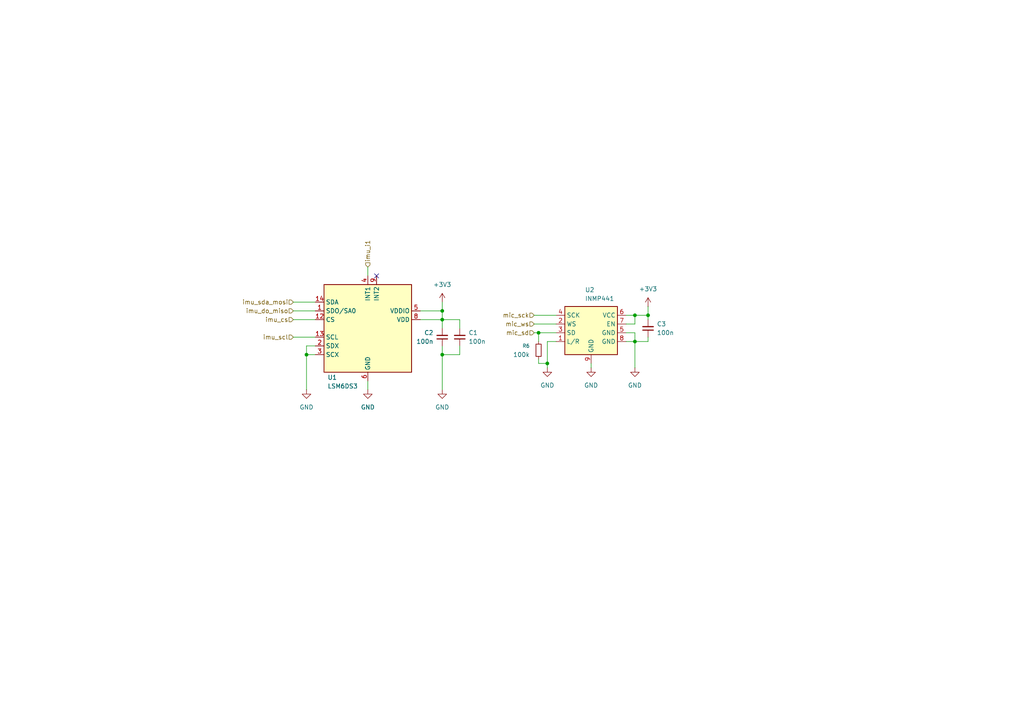
<source format=kicad_sch>
(kicad_sch (version 20250114) (generator "eeschema") (generator_version "9.0")
  (paper "A4")
  (lib_symbols
    (symbol "Device:C_Small" (pin_numbers (hide yes)) (pin_names (offset 0.254) (hide yes))
      (property "Reference" "C" (at 0.254 1.778 0))
      (property "Value" "C_Small" (at 0.254 -2.032 0))
      (symbol "C_Small_0_1"
        (polyline (pts (xy -1.524 0.508) (xy 1.524 0.508)) (stroke (width 0.3048)))
        (polyline (pts (xy -1.524 -0.508) (xy 1.524 -0.508)) (stroke (width 0.3302)))
      )
      (symbol "C_Small_1_1"
        (pin passive line (at 0 2.54 270) (length 2.032) (name "~") (number "1"))
        (pin passive line (at 0 -2.54 90) (length 2.032) (name "~") (number "2"))
      )
    )
    (symbol "Device:R_Small" (pin_numbers (hide yes)) (pin_names (offset 0.254) (hide yes))
      (property "Reference" "R" (at 0 0 90))
      (property "Value" "R_Small" (at 1.778 0 90))
      (symbol "R_Small_0_1"
        (rectangle (start -0.762 1.778) (end 0.762 -1.778) (stroke (width 0.2032)))
      )
      (symbol "R_Small_1_1"
        (pin passive line (at 0 2.54 270) (length 0.762) (name "~") (number "1"))
        (pin passive line (at 0 -2.54 90) (length 0.762) (name "~") (number "2"))
      )
    )
    (symbol "Sensor_Motion:LSM6DS3"
      (property "Reference" "U1" (at -11.684 -14.224 0))
      (property "Value" "LSM6DS3" (at -11.684 -16.764 0))
      (symbol "LSM6DS3_0_1"
        (rectangle (start -12.7 12.7) (end 12.7 -12.7) (stroke (width 0.254)) (fill (type background)))
      )
      (symbol "LSM6DS3_1_1"
        (pin bidirectional line (at -15.24 7.62 0) (length 2.54) (name "SDA") (number "14"))
        (pin bidirectional line (at -15.24 5.08 0) (length 2.54) (name "SDO/SA0") (number "1"))
        (pin input line (at -15.24 2.54 0) (length 2.54) (name "CS") (number "12"))
        (pin input line (at -15.24 -2.54 0) (length 2.54) (name "SCL") (number "13"))
        (pin bidirectional line (at -15.24 -5.08 0) (length 2.54) (name "SDX") (number "2"))
        (pin input line (at -15.24 -7.62 0) (length 2.54) (name "SCX") (number "3"))
        (pin output line (at 0 15.24 270) (length 2.54) (name "INT1") (number "4"))
        (pin power_in line (at 0 -15.24 90) (length 2.54) (name "GND") (number "6"))
        (pin passive line (at 0 -15.24 90) (length 2.54) (hide yes) (name "GND") (number "7"))
        (pin output line (at 2.54 15.24 270) (length 2.54) (name "INT2") (number "9"))
        (pin no_connect line (at 12.7 -2.54 180) (length 3.81) (hide yes) (name "NC") (number "11"))
        (pin no_connect line (at 12.7 -5.08 180) (length 3.81) (hide yes) (name "NC") (number "10"))
        (pin power_in line (at 15.24 5.08 180) (length 2.54) (name "VDDIO") (number "5"))
        (pin power_in line (at 15.24 2.54 180) (length 2.54) (name "VDD") (number "8"))
      )
    )
    (symbol "Timer_RTC:DS1602"
      (property "Reference" "U2" (at -1.778 12.446 0))
      (property "Value" "INMP441" (at -1.778 9.906 0))
      (symbol "DS1602_0_1"
        (rectangle (start -7.62 7.62) (end 7.62 -6.35) (stroke (width 0.254)) (fill (type background)))
      )
      (symbol "DS1602_1_1"
        (pin passive line (at -10.16 5.08 0) (length 2.54) (name "SCK") (number "4"))
        (pin passive line (at -10.16 2.54 0) (length 2.54) (name "WS") (number "2"))
        (pin passive line (at -10.16 0 0) (length 2.54) (name "SD") (number "3"))
        (pin passive line (at -10.16 -2.54 0) (length 2.54) (name "L/R") (number "1"))
        (pin passive line (at 0 -8.89 90) (length 2.54) (name "GND") (number "9"))
        (pin passive line (at 10.16 5.08 180) (length 2.54) (name "VCC") (number "6"))
        (pin passive line (at 10.16 2.54 180) (length 2.54) (name "EN") (number "7"))
        (pin passive line (at 10.16 0 180) (length 2.54) (name "GND") (number "5"))
        (pin passive line (at 10.16 -2.54 180) (length 2.54) (name "GND") (number "8"))
      )
    )
    (symbol "power:+3V3" (power) (pin_numbers (hide yes)) (pin_names (offset 0) (hide yes))
      (property "Value" "+3V3" (at 0 3.556 0))
      (symbol "+3V3_0_1"
        (polyline (pts (xy -0.762 1.27) (xy 0 2.54)))
        (polyline (pts (xy 0 2.54) (xy 0.762 1.27)))
        (polyline (pts (xy 0 0) (xy 0 2.54)))
      )
      (symbol "+3V3_1_1"
        (pin power_in line (at 0 0 90) (length 0) (name "~") (number "1"))
      )
    )
    (symbol "power:GND" (power) (pin_numbers (hide yes)) (pin_names (offset 0) (hide yes))
      (property "Value" "GND" (at 0 -3.81 0))
      (symbol "GND_0_1"
        (polyline (pts (xy 0 0) (xy 0 -1.27) (xy 1.27 -1.27) (xy 0 -2.54) (xy -1.27 -1.27) (xy 0 -1.27)))
      )
      (symbol "GND_1_1"
        (pin power_in line (at 0 0 270) (length 0) (name "~") (number "1"))
      )
    )
  )
  (junction (at 158.75 105.41))
  (junction (at 88.9 102.87))
  (junction (at 128.27 90.17))
  (junction (at 128.27 92.71))
  (junction (at 187.96 91.44))
  (junction (at 128.27 102.87))
  (junction (at 156.21 96.52))
  (junction (at 184.15 91.44))
  (junction (at 184.15 99.06))
  (no_connect (at 109.22 80.01))
  (wire (pts (xy 133.35 92.71) (xy 133.35 95.25)))
  (wire (pts (xy 156.21 96.52) (xy 161.29 96.52)))
  (wire (pts (xy 85.09 90.17) (xy 91.44 90.17)))
  (wire (pts (xy 187.96 97.79) (xy 187.96 99.06)))
  (wire (pts (xy 156.21 96.52) (xy 156.21 99.06)))
  (wire (pts (xy 154.94 91.44) (xy 161.29 91.44)))
  (wire (pts (xy 121.92 92.71) (xy 128.27 92.71)))
  (wire (pts (xy 133.35 102.87) (xy 133.35 100.33)))
  (wire (pts (xy 106.68 110.49) (xy 106.68 113.03)))
  (wire (pts (xy 181.61 96.52) (xy 184.15 96.52)))
  (wire (pts (xy 184.15 91.44) (xy 187.96 91.44)))
  (wire (pts (xy 156.21 105.41) (xy 158.75 105.41)))
  (wire (pts (xy 88.9 100.33) (xy 88.9 102.87)))
  (wire (pts (xy 128.27 92.71) (xy 128.27 95.25)))
  (wire (pts (xy 128.27 87.63) (xy 128.27 90.17)))
  (wire (pts (xy 91.44 100.33) (xy 88.9 100.33)))
  (wire (pts (xy 88.9 102.87) (xy 88.9 113.03)))
  (wire (pts (xy 181.61 93.98) (xy 184.15 93.98)))
  (wire (pts (xy 181.61 91.44) (xy 184.15 91.44)))
  (wire (pts (xy 171.45 105.41) (xy 171.45 106.68)))
  (wire (pts (xy 184.15 93.98) (xy 184.15 91.44)))
  (wire (pts (xy 128.27 100.33) (xy 128.27 102.87)))
  (wire (pts (xy 91.44 102.87) (xy 88.9 102.87)))
  (wire (pts (xy 121.92 90.17) (xy 128.27 90.17)))
  (wire (pts (xy 106.68 77.47) (xy 106.68 80.01)))
  (wire (pts (xy 128.27 102.87) (xy 133.35 102.87)))
  (wire (pts (xy 154.94 96.52) (xy 156.21 96.52)))
  (wire (pts (xy 184.15 99.06) (xy 184.15 106.68)))
  (wire (pts (xy 181.61 99.06) (xy 184.15 99.06)))
  (wire (pts (xy 187.96 99.06) (xy 184.15 99.06)))
  (wire (pts (xy 158.75 99.06) (xy 158.75 105.41)))
  (wire (pts (xy 187.96 91.44) (xy 187.96 88.9)))
  (wire (pts (xy 128.27 92.71) (xy 133.35 92.71)))
  (wire (pts (xy 85.09 92.71) (xy 91.44 92.71)))
  (wire (pts (xy 184.15 96.52) (xy 184.15 99.06)))
  (wire (pts (xy 187.96 92.71) (xy 187.96 91.44)))
  (wire (pts (xy 158.75 99.06) (xy 161.29 99.06)))
  (wire (pts (xy 85.09 97.79) (xy 91.44 97.79)))
  (wire (pts (xy 156.21 104.14) (xy 156.21 105.41)))
  (wire (pts (xy 158.75 105.41) (xy 158.75 106.68)))
  (wire (pts (xy 85.09 87.63) (xy 91.44 87.63)))
  (wire (pts (xy 128.27 102.87) (xy 128.27 113.03)))
  (wire (pts (xy 154.94 93.98) (xy 161.29 93.98)))
  (wire (pts (xy 128.27 90.17) (xy 128.27 92.71)))
  (hierarchical_label "imu_scl" (shape input) (at 85.09 97.79 180))
  (hierarchical_label "mic_sd" (shape input) (at 154.94 96.52 180))
  (hierarchical_label "mic_sck" (shape input) (at 154.94 91.44 180))
  (hierarchical_label "imu_sda_mosi" (shape input) (at 85.09 87.63 180))
  (hierarchical_label "imu_cs" (shape input) (at 85.09 92.71 180))
  (hierarchical_label "imu_i1" (shape input) (at 106.68 77.47 90))
  (hierarchical_label "imu_do_miso" (shape input) (at 85.09 90.17 180))
  (hierarchical_label "mic_ws" (shape input) (at 154.94 93.98 180))
  (symbol (lib_id "power:+3V3") (at 187.96 88.9 0) (unit 1)
    (property "Reference" "#PWR09" (effects (hide yes)))
    (property "Value" "+3V3" (at 187.96 83.82 0))
    (property "Description" "Power symbol creates a global label with name \"+3V3\"" (effects (hide yes)))
  )
  (symbol (lib_id "power:GND") (at 128.27 113.03 0) (unit 1)
    (property "Reference" "#PWR05" (effects (hide yes)))
    (property "Value" "GND" (at 128.27 118.11 0))
    (property "Description" "Power symbol creates a global label with name \"GND\" , ground" (effects (hide yes)))
  )
  (symbol (lib_id "power:GND") (at 171.45 106.68 0) (unit 1)
    (property "Reference" "#PWR07" (effects (hide yes)))
    (property "Value" "GND" (at 171.45 111.76 0))
    (property "Description" "Power symbol creates a global label with name \"GND\" , ground" (effects (hide yes)))
  )
  (symbol (lib_id "Device:R_Small") (at 156.21 101.6 0) (unit 1)
    (property "Reference" "R6" (at 153.67 100.3299 0) (effects (font (size 1.016 1.016)) (justify right)))
    (property "Value" "100k" (at 153.67 102.8699 0) (effects (justify right)))
    (property "Description" "Resistor, small symbol" (effects (hide yes)))
  )
  (symbol (lib_id "Timer_RTC:DS1602") (at 171.45 96.52 0) (unit 1)
    (property "Reference" "U2" (at 169.672 84.074 0) (effects (justify left)))
    (property "Value" "INMP441" (at 169.672 86.614 0) (effects (justify left)))
    (property "Datasheet" "https://datasheets.maximintegrated.com/en/ds/DS1602.pdf" (effects (hide yes)))
    (property "Description" "Elapsed Time Counter, -40 to +85 C, 2.5V to 5.5V VCC, DIP-8, SO-8" (effects (hide yes)))
  )
  (symbol (lib_id "power:GND") (at 158.75 106.68 0) (unit 1)
    (property "Reference" "#PWR010" (effects (hide yes)))
    (property "Value" "GND" (at 158.75 111.76 0))
    (property "Description" "Power symbol creates a global label with name \"GND\" , ground" (effects (hide yes)))
  )
  (symbol (lib_id "power:GND") (at 184.15 106.68 0) (unit 1)
    (property "Reference" "#PWR08" (effects (hide yes)))
    (property "Value" "GND" (at 184.15 111.76 0))
    (property "Description" "Power symbol creates a global label with name \"GND\" , ground" (effects (hide yes)))
  )
  (symbol (lib_id "power:+3V3") (at 128.27 87.63 0) (unit 1)
    (property "Reference" "#PWR04" (effects (hide yes)))
    (property "Value" "+3V3" (at 128.27 82.55 0))
    (property "Description" "Power symbol creates a global label with name \"+3V3\"" (effects (hide yes)))
  )
  (symbol (lib_id "Sensor_Motion:LSM6DS3") (at 106.68 95.25 0) (unit 1)
    (property "Reference" "U1" (at 94.996 109.474 0) (effects (justify left)))
    (property "Value" "LSM6DS3" (at 94.996 112.014 0) (effects (justify left)))
    (property "Footprint" "Package_LGA:LGA-14_3x2.5mm_P0.5mm_LayoutBorder3x4y" (effects (hide yes)))
    (property "Datasheet" "https://www.st.com/resource/en/datasheet/lsm6ds3tr-c.pdf" (effects (hide yes)))
    (property "Description" "I2C/SPI, iNEMO inertial module: always-on 3D accelerometer and 3D gyroscope" (effects (hide yes)))
  )
  (symbol (lib_id "power:GND") (at 88.9 113.03 0) (unit 1)
    (property "Reference" "#PWR06" (effects (hide yes)))
    (property "Value" "GND" (at 88.9 118.11 0))
    (property "Description" "Power symbol creates a global label with name \"GND\" , ground" (effects (hide yes)))
  )
  (symbol (lib_id "power:GND") (at 106.68 113.03 0) (unit 1)
    (property "Reference" "#PWR01" (effects (hide yes)))
    (property "Value" "GND" (at 106.68 118.11 0))
    (property "Description" "Power symbol creates a global label with name \"GND\" , ground" (effects (hide yes)))
  )
  (symbol (lib_id "Device:C_Small") (at 187.96 95.25 180) (unit 1)
    (property "Reference" "C3" (at 190.5 93.9735 0) (effects (justify right)))
    (property "Value" "100n" (at 190.5 96.5135 0) (effects (justify right)))
    (property "Description" "Unpolarized capacitor, small symbol" (effects (hide yes)))
  )
  (symbol (lib_id "Device:C_Small") (at 128.27 97.79 0) (mirror x) (unit 1)
    (property "Reference" "C2" (at 125.73 96.5135 0) (effects (justify right)))
    (property "Value" "100n" (at 125.73 99.0535 0) (effects (justify right)))
    (property "Description" "Unpolarized capacitor, small symbol" (effects (hide yes)))
  )
  (symbol (lib_id "Device:C_Small") (at 133.35 97.79 180) (unit 1)
    (property "Reference" "C1" (at 135.89 96.5135 0) (effects (justify right)))
    (property "Value" "100n" (at 135.89 99.0535 0) (effects (justify right)))
    (property "Description" "Unpolarized capacitor, small symbol" (effects (hide yes)))
  )
)
</source>
